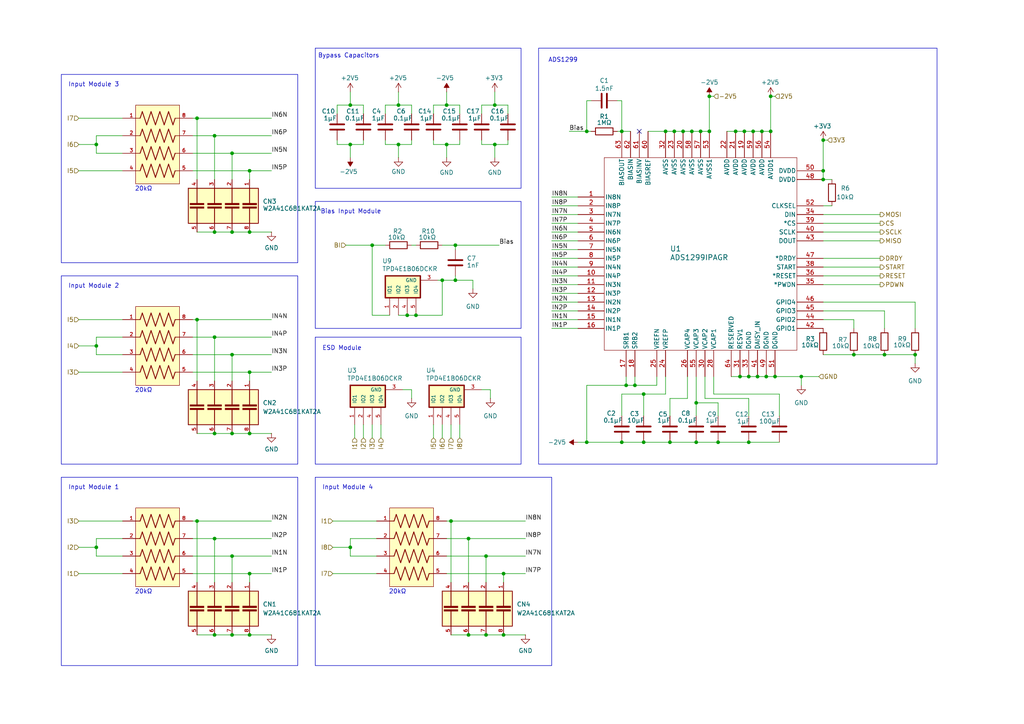
<source format=kicad_sch>
(kicad_sch (version 20231120) (generator "eeschema") (generator_version "8.0")
  (paper "A4")
  (junction (at 72.39 166.37))
  (junction (at 132.08 71.12))
  (junction (at 170.18 38.1))
  (junction (at 62.23 39.37))
  (junction (at 219.71 109.22))
  (junction (at 265.43 102.87))
  (junction (at 27.94 100.33))
  (junction (at 256.54 102.87))
  (junction (at 27.94 41.91))
  (junction (at 120.65 91.44))
  (junction (at 194.31 128.27))
  (junction (at 135.89 156.21))
  (junction (at 67.31 44.45))
  (junction (at 217.17 128.27))
  (junction (at 62.23 184.15))
  (junction (at 72.39 125.73))
  (junction (at 135.89 184.15))
  (junction (at 62.23 125.73))
  (junction (at 205.74 38.1))
  (junction (at 208.28 128.27))
  (junction (at 130.81 151.13))
  (junction (at 140.97 184.15))
  (junction (at 67.31 67.31))
  (junction (at 184.15 111.76))
  (junction (at 247.65 102.87))
  (junction (at 115.57 30.48))
  (junction (at 67.31 184.15))
  (junction (at 101.6 41.91))
  (junction (at 101.6 30.48))
  (junction (at 201.93 116.84))
  (junction (at 238.76 40.64))
  (junction (at 107.95 71.12))
  (junction (at 118.11 91.44))
  (junction (at 238.76 49.53))
  (junction (at 128.27 81.28))
  (junction (at 223.52 27.94))
  (junction (at 62.23 97.79))
  (junction (at 72.39 67.31))
  (junction (at 170.18 128.27))
  (junction (at 198.12 38.1))
  (junction (at 62.23 67.31))
  (junction (at 180.34 128.27))
  (junction (at 218.44 38.1))
  (junction (at 129.54 30.48))
  (junction (at 132.08 81.28))
  (junction (at 205.74 27.94))
  (junction (at 186.69 114.3))
  (junction (at 67.31 161.29))
  (junction (at 224.79 109.22))
  (junction (at 186.69 128.27))
  (junction (at 214.63 109.22))
  (junction (at 129.54 41.91))
  (junction (at 72.39 107.95))
  (junction (at 146.05 184.15))
  (junction (at 72.39 184.15))
  (junction (at 181.61 111.76))
  (junction (at 143.51 30.48))
  (junction (at 232.41 109.22))
  (junction (at 62.23 156.21))
  (junction (at 223.52 38.1))
  (junction (at 27.94 158.75))
  (junction (at 200.66 38.1))
  (junction (at 140.97 161.29))
  (junction (at 193.04 38.1))
  (junction (at 115.57 41.91))
  (junction (at 67.31 102.87))
  (junction (at 57.15 92.71))
  (junction (at 217.17 109.22))
  (junction (at 195.58 38.1))
  (junction (at 101.6 158.75))
  (junction (at 238.76 52.07))
  (junction (at 220.98 38.1))
  (junction (at 180.34 38.1))
  (junction (at 215.9 38.1))
  (junction (at 57.15 151.13))
  (junction (at 143.51 41.91))
  (junction (at 67.31 125.73))
  (junction (at 57.15 34.29))
  (junction (at 146.05 166.37))
  (junction (at 72.39 49.53))
  (junction (at 201.93 128.27))
  (junction (at 213.36 38.1))
  (junction (at 203.2 38.1))
  (junction (at 222.25 109.22))
  (no_connect (at 185.42 38.1))
  (wire (pts (xy 105.41 123.19) (xy 105.41 127)))
  (wire (pts (xy 113.03 91.44) (xy 107.95 91.44)))
  (wire (pts (xy 119.38 113.03) (xy 116.84 113.03)))
  (wire (pts (xy 160.02 95.25) (xy 167.64 95.25)))
  (wire (pts (xy 140.97 161.29) (xy 140.97 168.91)))
  (wire (pts (xy 125.73 30.48) (xy 129.54 30.48)))
  (wire (pts (xy 72.39 125.73) (xy 78.74 125.73)))
  (wire (pts (xy 146.05 184.15) (xy 152.4 184.15)))
  (wire (pts (xy 111.76 41.91) (xy 111.76 40.64)))
  (wire (pts (xy 128.27 81.28) (xy 128.27 91.44)))
  (wire (pts (xy 220.98 38.1) (xy 223.52 38.1)))
  (wire (pts (xy 107.95 71.12) (xy 111.76 71.12)))
  (wire (pts (xy 180.34 128.27) (xy 186.69 128.27)))
  (wire (pts (xy 207.01 109.22) (xy 207.01 114.3)))
  (wire (pts (xy 170.18 29.21) (xy 171.45 29.21)))
  (wire (pts (xy 139.7 41.91) (xy 139.7 40.64)))
  (wire (pts (xy 101.6 41.91) (xy 105.41 41.91)))
  (wire (pts (xy 194.31 128.27) (xy 201.93 128.27)))
  (wire (pts (xy 186.69 114.3) (xy 186.69 120.65)))
  (wire (pts (xy 184.15 111.76) (xy 190.5 111.76)))
  (wire (pts (xy 160.02 80.01) (xy 167.64 80.01)))
  (wire (pts (xy 97.79 41.91) (xy 97.79 40.64)))
  (wire (pts (xy 107.95 123.19) (xy 107.95 127)))
  (wire (pts (xy 180.34 29.21) (xy 179.07 29.21)))
  (wire (pts (xy 57.15 184.15) (xy 62.23 184.15)))
  (wire (pts (xy 160.02 82.55) (xy 167.64 82.55)))
  (wire (pts (xy 265.43 87.63) (xy 265.43 95.25)))
  (wire (pts (xy 115.57 30.48) (xy 119.38 30.48)))
  (wire (pts (xy 160.02 59.69) (xy 167.64 59.69)))
  (wire (pts (xy 67.31 44.45) (xy 67.31 52.07)))
  (wire (pts (xy 27.94 161.29) (xy 35.56 161.29)))
  (wire (pts (xy 247.65 92.71) (xy 247.65 95.25)))
  (wire (pts (xy 62.23 67.31) (xy 67.31 67.31)))
  (wire (pts (xy 132.08 80.01) (xy 132.08 81.28)))
  (wire (pts (xy 96.52 166.37) (xy 109.22 166.37)))
  (wire (pts (xy 181.61 111.76) (xy 184.15 111.76)))
  (wire (pts (xy 62.23 184.15) (xy 67.31 184.15)))
  (wire (pts (xy 160.02 64.77) (xy 167.64 64.77)))
  (wire (pts (xy 55.88 39.37) (xy 62.23 39.37)))
  (wire (pts (xy 22.86 49.53) (xy 35.56 49.53)))
  (wire (pts (xy 204.47 115.57) (xy 217.17 115.57)))
  (wire (pts (xy 147.32 41.91) (xy 147.32 40.64)))
  (wire (pts (xy 72.39 107.95) (xy 72.39 110.49)))
  (wire (pts (xy 205.74 27.94) (xy 207.01 27.94)))
  (wire (pts (xy 128.27 71.12) (xy 132.08 71.12)))
  (wire (pts (xy 133.35 30.48) (xy 133.35 33.02)))
  (wire (pts (xy 22.86 166.37) (xy 35.56 166.37)))
  (wire (pts (xy 132.08 81.28) (xy 137.16 81.28)))
  (wire (pts (xy 67.31 161.29) (xy 67.31 168.91)))
  (wire (pts (xy 55.88 107.95) (xy 72.39 107.95)))
  (wire (pts (xy 180.34 120.65) (xy 180.34 114.3)))
  (wire (pts (xy 133.35 123.19) (xy 133.35 127)))
  (wire (pts (xy 105.41 41.91) (xy 105.41 40.64)))
  (wire (pts (xy 160.02 57.15) (xy 167.64 57.15)))
  (wire (pts (xy 125.73 33.02) (xy 125.73 30.48)))
  (wire (pts (xy 180.34 114.3) (xy 186.69 114.3)))
  (wire (pts (xy 120.65 91.44) (xy 128.27 91.44)))
  (wire (pts (xy 143.51 41.91) (xy 143.51 45.72)))
  (wire (pts (xy 111.76 33.02) (xy 111.76 30.48)))
  (wire (pts (xy 111.76 30.48) (xy 115.57 30.48)))
  (wire (pts (xy 72.39 166.37) (xy 72.39 168.91)))
  (wire (pts (xy 200.66 38.1) (xy 203.2 38.1)))
  (wire (pts (xy 219.71 109.22) (xy 222.25 109.22)))
  (wire (pts (xy 22.86 107.95) (xy 35.56 107.95)))
  (wire (pts (xy 142.24 113.03) (xy 139.7 113.03)))
  (wire (pts (xy 238.76 77.47) (xy 255.27 77.47)))
  (wire (pts (xy 160.02 67.31) (xy 167.64 67.31)))
  (wire (pts (xy 57.15 151.13) (xy 57.15 168.91)))
  (wire (pts (xy 217.17 115.57) (xy 217.17 120.65)))
  (wire (pts (xy 128.27 123.19) (xy 128.27 127)))
  (wire (pts (xy 57.15 92.71) (xy 78.74 92.71)))
  (wire (pts (xy 180.34 29.21) (xy 180.34 38.1)))
  (wire (pts (xy 97.79 30.48) (xy 101.6 30.48)))
  (wire (pts (xy 119.38 115.57) (xy 119.38 113.03)))
  (wire (pts (xy 238.76 74.93) (xy 255.27 74.93)))
  (wire (pts (xy 238.76 64.77) (xy 255.27 64.77)))
  (wire (pts (xy 57.15 67.31) (xy 62.23 67.31)))
  (wire (pts (xy 55.88 92.71) (xy 57.15 92.71)))
  (wire (pts (xy 207.01 114.3) (xy 226.06 114.3)))
  (wire (pts (xy 201.93 128.27) (xy 208.28 128.27)))
  (wire (pts (xy 135.89 156.21) (xy 152.4 156.21)))
  (wire (pts (xy 170.18 111.76) (xy 170.18 128.27)))
  (wire (pts (xy 222.25 109.22) (xy 224.79 109.22)))
  (wire (pts (xy 160.02 72.39) (xy 167.64 72.39)))
  (wire (pts (xy 160.02 85.09) (xy 167.64 85.09)))
  (wire (pts (xy 62.23 39.37) (xy 62.23 52.07)))
  (wire (pts (xy 238.76 90.17) (xy 256.54 90.17)))
  (wire (pts (xy 217.17 128.27) (xy 226.06 128.27)))
  (wire (pts (xy 238.76 80.01) (xy 255.27 80.01)))
  (wire (pts (xy 57.15 151.13) (xy 78.74 151.13)))
  (wire (pts (xy 67.31 102.87) (xy 67.31 110.49)))
  (wire (pts (xy 194.31 115.57) (xy 194.31 120.65)))
  (wire (pts (xy 193.04 38.1) (xy 195.58 38.1)))
  (wire (pts (xy 119.38 41.91) (xy 119.38 40.64)))
  (wire (pts (xy 208.28 128.27) (xy 217.17 128.27)))
  (wire (pts (xy 143.51 30.48) (xy 147.32 30.48)))
  (wire (pts (xy 22.86 151.13) (xy 35.56 151.13)))
  (wire (pts (xy 27.94 97.79) (xy 35.56 97.79)))
  (wire (pts (xy 55.88 166.37) (xy 72.39 166.37)))
  (wire (pts (xy 67.31 161.29) (xy 78.74 161.29)))
  (wire (pts (xy 201.93 120.65) (xy 201.93 116.84)))
  (wire (pts (xy 217.17 109.22) (xy 219.71 109.22)))
  (wire (pts (xy 146.05 166.37) (xy 152.4 166.37)))
  (wire (pts (xy 160.02 69.85) (xy 167.64 69.85)))
  (wire (pts (xy 201.93 116.84) (xy 208.28 116.84)))
  (wire (pts (xy 119.38 71.12) (xy 120.65 71.12)))
  (wire (pts (xy 55.88 156.21) (xy 62.23 156.21)))
  (wire (pts (xy 101.6 161.29) (xy 109.22 161.29)))
  (wire (pts (xy 55.88 49.53) (xy 72.39 49.53)))
  (wire (pts (xy 140.97 184.15) (xy 146.05 184.15)))
  (wire (pts (xy 115.57 91.44) (xy 118.11 91.44)))
  (wire (pts (xy 55.88 151.13) (xy 57.15 151.13)))
  (wire (pts (xy 62.23 156.21) (xy 62.23 168.91)))
  (wire (pts (xy 27.94 100.33) (xy 27.94 102.87)))
  (wire (pts (xy 132.08 72.39) (xy 132.08 71.12)))
  (wire (pts (xy 170.18 111.76) (xy 181.61 111.76)))
  (wire (pts (xy 125.73 123.19) (xy 125.73 127)))
  (wire (pts (xy 27.94 39.37) (xy 35.56 39.37)))
  (wire (pts (xy 215.9 38.1) (xy 218.44 38.1)))
  (wire (pts (xy 129.54 26.67) (xy 129.54 30.48)))
  (wire (pts (xy 232.41 109.22) (xy 237.49 109.22)))
  (wire (pts (xy 115.57 41.91) (xy 119.38 41.91)))
  (wire (pts (xy 105.41 30.48) (xy 105.41 33.02)))
  (wire (pts (xy 199.39 109.22) (xy 199.39 115.57)))
  (wire (pts (xy 57.15 92.71) (xy 57.15 110.49)))
  (wire (pts (xy 238.76 92.71) (xy 247.65 92.71)))
  (wire (pts (xy 143.51 26.67) (xy 143.51 30.48)))
  (wire (pts (xy 241.3 59.69) (xy 238.76 59.69)))
  (wire (pts (xy 101.6 156.21) (xy 109.22 156.21)))
  (wire (pts (xy 223.52 27.94) (xy 224.79 27.94)))
  (wire (pts (xy 232.41 109.22) (xy 224.79 109.22)))
  (wire (pts (xy 142.24 115.57) (xy 142.24 113.03)))
  (wire (pts (xy 198.12 38.1) (xy 200.66 38.1)))
  (wire (pts (xy 204.47 109.22) (xy 204.47 115.57)))
  (wire (pts (xy 96.52 151.13) (xy 109.22 151.13)))
  (wire (pts (xy 170.18 29.21) (xy 170.18 38.1)))
  (wire (pts (xy 238.76 69.85) (xy 255.27 69.85)))
  (wire (pts (xy 72.39 107.95) (xy 78.74 107.95)))
  (wire (pts (xy 22.86 34.29) (xy 35.56 34.29)))
  (wire (pts (xy 96.52 158.75) (xy 101.6 158.75)))
  (wire (pts (xy 135.89 156.21) (xy 135.89 168.91)))
  (wire (pts (xy 205.74 27.94) (xy 205.74 38.1)))
  (wire (pts (xy 107.95 91.44) (xy 107.95 71.12)))
  (wire (pts (xy 160.02 74.93) (xy 167.64 74.93)))
  (wire (pts (xy 129.54 41.91) (xy 129.54 45.72)))
  (wire (pts (xy 62.23 97.79) (xy 78.74 97.79)))
  (wire (pts (xy 218.44 38.1) (xy 220.98 38.1)))
  (wire (pts (xy 72.39 67.31) (xy 78.74 67.31)))
  (wire (pts (xy 119.38 30.48) (xy 119.38 33.02)))
  (wire (pts (xy 241.3 52.07) (xy 238.76 52.07)))
  (wire (pts (xy 97.79 33.02) (xy 97.79 30.48)))
  (wire (pts (xy 97.79 41.91) (xy 101.6 41.91)))
  (wire (pts (xy 139.7 33.02) (xy 139.7 30.48)))
  (wire (pts (xy 165.1 38.1) (xy 170.18 38.1)))
  (wire (pts (xy 187.96 38.1) (xy 193.04 38.1)))
  (wire (pts (xy 215.9 38.1) (xy 213.36 38.1)))
  (wire (pts (xy 22.86 92.71) (xy 35.56 92.71)))
  (wire (pts (xy 27.94 39.37) (xy 27.94 41.91)))
  (wire (pts (xy 256.54 90.17) (xy 256.54 95.25)))
  (wire (pts (xy 240.03 40.64) (xy 238.76 40.64)))
  (wire (pts (xy 170.18 128.27) (xy 180.34 128.27)))
  (wire (pts (xy 160.02 77.47) (xy 167.64 77.47)))
  (wire (pts (xy 160.02 90.17) (xy 167.64 90.17)))
  (wire (pts (xy 67.31 125.73) (xy 72.39 125.73)))
  (wire (pts (xy 135.89 184.15) (xy 140.97 184.15)))
  (wire (pts (xy 27.94 41.91) (xy 27.94 44.45)))
  (wire (pts (xy 67.31 44.45) (xy 78.74 44.45)))
  (wire (pts (xy 140.97 161.29) (xy 152.4 161.29)))
  (wire (pts (xy 132.08 71.12) (xy 144.78 71.12)))
  (wire (pts (xy 62.23 156.21) (xy 78.74 156.21)))
  (wire (pts (xy 101.6 156.21) (xy 101.6 158.75)))
  (wire (pts (xy 27.94 44.45) (xy 35.56 44.45)))
  (wire (pts (xy 201.93 109.22) (xy 201.93 116.84)))
  (wire (pts (xy 193.04 109.22) (xy 193.04 114.3)))
  (wire (pts (xy 247.65 102.87) (xy 256.54 102.87)))
  (wire (pts (xy 160.02 62.23) (xy 167.64 62.23)))
  (wire (pts (xy 184.15 109.22) (xy 184.15 111.76)))
  (wire (pts (xy 238.76 40.64) (xy 238.76 49.53)))
  (wire (pts (xy 190.5 109.22) (xy 190.5 111.76)))
  (wire (pts (xy 115.57 41.91) (xy 115.57 45.72)))
  (wire (pts (xy 115.57 26.67) (xy 115.57 30.48)))
  (wire (pts (xy 143.51 41.91) (xy 147.32 41.91)))
  (wire (pts (xy 210.82 38.1) (xy 213.36 38.1)))
  (wire (pts (xy 130.81 184.15) (xy 135.89 184.15)))
  (wire (pts (xy 129.54 151.13) (xy 130.81 151.13)))
  (wire (pts (xy 22.86 158.75) (xy 27.94 158.75)))
  (wire (pts (xy 180.34 38.1) (xy 182.88 38.1)))
  (wire (pts (xy 110.49 123.19) (xy 110.49 127)))
  (wire (pts (xy 203.2 38.1) (xy 205.74 38.1)))
  (wire (pts (xy 57.15 34.29) (xy 57.15 52.07)))
  (wire (pts (xy 22.86 100.33) (xy 27.94 100.33)))
  (wire (pts (xy 72.39 49.53) (xy 78.74 49.53)))
  (wire (pts (xy 238.76 82.55) (xy 255.27 82.55)))
  (wire (pts (xy 62.23 39.37) (xy 78.74 39.37)))
  (wire (pts (xy 137.16 81.28) (xy 137.16 83.82)))
  (wire (pts (xy 67.31 102.87) (xy 78.74 102.87)))
  (wire (pts (xy 180.34 38.1) (xy 179.07 38.1)))
  (wire (pts (xy 62.23 97.79) (xy 62.23 110.49)))
  (wire (pts (xy 139.7 30.48) (xy 143.51 30.48)))
  (wire (pts (xy 170.18 38.1) (xy 171.45 38.1)))
  (wire (pts (xy 238.76 62.23) (xy 255.27 62.23)))
  (wire (pts (xy 208.28 116.84) (xy 208.28 120.65)))
  (wire (pts (xy 72.39 49.53) (xy 72.39 52.07)))
  (wire (pts (xy 101.6 26.67) (xy 101.6 30.48)))
  (wire (pts (xy 212.09 109.22) (xy 214.63 109.22)))
  (wire (pts (xy 129.54 41.91) (xy 133.35 41.91)))
  (wire (pts (xy 181.61 109.22) (xy 181.61 111.76)))
  (wire (pts (xy 238.76 67.31) (xy 255.27 67.31)))
  (wire (pts (xy 101.6 158.75) (xy 101.6 161.29)))
  (wire (pts (xy 186.69 128.27) (xy 194.31 128.27)))
  (wire (pts (xy 100.33 71.12) (xy 107.95 71.12)))
  (wire (pts (xy 127 81.28) (xy 128.27 81.28)))
  (wire (pts (xy 214.63 109.22) (xy 217.17 109.22)))
  (wire (pts (xy 55.88 97.79) (xy 62.23 97.79)))
  (wire (pts (xy 72.39 166.37) (xy 78.74 166.37)))
  (wire (pts (xy 130.81 123.19) (xy 130.81 127)))
  (wire (pts (xy 72.39 184.15) (xy 78.74 184.15)))
  (wire (pts (xy 129.54 166.37) (xy 146.05 166.37)))
  (wire (pts (xy 195.58 38.1) (xy 198.12 38.1)))
  (wire (pts (xy 223.52 27.94) (xy 223.52 38.1)))
  (wire (pts (xy 55.88 34.29) (xy 57.15 34.29)))
  (wire (pts (xy 111.76 41.91) (xy 115.57 41.91)))
  (wire (pts (xy 27.94 158.75) (xy 27.94 161.29)))
  (wire (pts (xy 133.35 41.91) (xy 133.35 40.64)))
  (wire (pts (xy 125.73 41.91) (xy 125.73 40.64)))
  (wire (pts (xy 27.94 156.21) (xy 35.56 156.21)))
  (wire (pts (xy 129.54 161.29) (xy 140.97 161.29)))
  (wire (pts (xy 22.86 41.91) (xy 27.94 41.91)))
  (wire (pts (xy 199.39 115.57) (xy 194.31 115.57)))
  (wire (pts (xy 125.73 41.91) (xy 129.54 41.91)))
  (wire (pts (xy 101.6 30.48) (xy 105.41 30.48)))
  (wire (pts (xy 62.23 125.73) (xy 67.31 125.73)))
  (wire (pts (xy 265.43 105.41) (xy 265.43 102.87)))
  (wire (pts (xy 67.31 184.15) (xy 72.39 184.15)))
  (wire (pts (xy 118.11 91.44) (xy 120.65 91.44)))
  (wire (pts (xy 139.7 41.91) (xy 143.51 41.91)))
  (wire (pts (xy 129.54 30.48) (xy 133.35 30.48)))
  (wire (pts (xy 102.87 123.19) (xy 102.87 127)))
  (wire (pts (xy 57.15 125.73) (xy 62.23 125.73)))
  (wire (pts (xy 55.88 44.45) (xy 67.31 44.45)))
  (wire (pts (xy 129.54 156.21) (xy 135.89 156.21)))
  (wire (pts (xy 226.06 114.3) (xy 226.06 120.65)))
  (wire (pts (xy 238.76 87.63) (xy 265.43 87.63)))
  (wire (pts (xy 238.76 49.53) (xy 238.76 52.07)))
  (wire (pts (xy 55.88 102.87) (xy 67.31 102.87)))
  (wire (pts (xy 57.15 34.29) (xy 78.74 34.29)))
  (wire (pts (xy 147.32 30.48) (xy 147.32 33.02)))
  (wire (pts (xy 130.81 151.13) (xy 152.4 151.13)))
  (wire (pts (xy 160.02 92.71) (xy 167.64 92.71)))
  (wire (pts (xy 265.43 102.87) (xy 256.54 102.87)))
  (wire (pts (xy 238.76 102.87) (xy 247.65 102.87)))
  (wire (pts (xy 55.88 161.29) (xy 67.31 161.29)))
  (wire (pts (xy 160.02 87.63) (xy 167.64 87.63)))
  (wire (pts (xy 101.6 41.91) (xy 101.6 45.72)))
  (wire (pts (xy 146.05 166.37) (xy 146.05 168.91)))
  (wire (pts (xy 232.41 111.76) (xy 232.41 109.22)))
  (wire (pts (xy 27.94 156.21) (xy 27.94 158.75)))
  (wire (pts (xy 130.81 151.13) (xy 130.81 168.91)))
  (wire (pts (xy 27.94 97.79) (xy 27.94 100.33)))
  (wire (pts (xy 167.64 128.27) (xy 170.18 128.27)))
  (wire (pts (xy 193.04 114.3) (xy 186.69 114.3)))
  (wire (pts (xy 67.31 67.31) (xy 72.39 67.31)))
  (wire (pts (xy 27.94 102.87) (xy 35.56 102.87)))
  (wire (pts (xy 132.08 81.28) (xy 128.27 81.28)))
  (rectangle (start 91.44 13.97) (end 151.13 54.61))
  (rectangle (start 17.78 21.59) (end 86.36 76.2))
  (rectangle (start 17.78 80.01) (end 86.36 134.62))
  (rectangle (start 17.78 138.43) (end 86.36 193.04))
  (rectangle (start 91.44 138.43) (end 160.02 193.04))
  (rectangle (start 156.21 13.97) (end 271.78 134.62))
  (rectangle (start 91.44 58.42) (end 151.13 95.25))
  (rectangle (start 91.44 97.79) (end 151.13 134.62))
  (text "Input Module 3\n" (at 19.812 23.876 0) (effects (font (size 1.27 1.27)) (justify left top)))
  (text "Bypass Capacitors" (at 92.202 15.494 0) (effects (font (size 1.27 1.27)) (justify left top)))
  (text "ESD Module" (at 93.472 100.33 0) (effects (font (size 1.27 1.27)) (justify left top)))
  (text "20kΩ" (at 41.656 171.704 0) (effects (font (size 1.27 1.27))))
  (text "20kΩ" (at 115.316 171.704 0) (effects (font (size 1.27 1.27))))
  (text "20kΩ" (at 41.656 113.284 0) (effects (font (size 1.27 1.27))))
  (text "Bias Input Module\n" (at 92.964 60.706 0) (effects (font (size 1.27 1.27)) (justify left top)))
  (text "Input Module 1" (at 19.812 140.716 0) (effects (font (size 1.27 1.27)) (justify left top)))
  (text "20kΩ" (at 41.656 54.864 0) (effects (font (size 1.27 1.27))))
  (text "Input Module 4\n\n" (at 93.472 140.716 0) (effects (font (size 1.27 1.27)) (justify left top)))
  (text "ADS1299" (at 159.004 16.764 0) (effects (font (size 1.27 1.27)) (justify left top)))
  (text "Input Module 2\n\n" (at 19.812 82.296 0) (effects (font (size 1.27 1.27)) (justify left top)))
  (label "IN4P" (at 78.74 97.79 0))
  (label "IN3P" (at 160.02 85.09 0))
  (label "IN6P" (at 78.74 39.37 0))
  (label "IN1N" (at 78.74 161.29 0))
  (label "IN2N" (at 78.74 151.13 0))
  (label "IN2N" (at 160.02 87.63 0))
  (label "IN4P" (at 160.02 80.01 0))
  (label "IN2P" (at 160.02 90.17 0))
  (label "IN8P" (at 160.02 59.69 0))
  (label "IN5P" (at 78.74 49.53 0))
  (label "IN5N" (at 78.74 44.45 0))
  (label "IN3N" (at 160.02 82.55 0))
  (label "IN6N" (at 160.02 67.31 0))
  (label "IN6N" (at 78.74 34.29 0))
  (label "IN6P" (at 160.02 69.85 0))
  (label "IN4N" (at 160.02 77.47 0))
  (label "IN7P" (at 152.4 166.37 0))
  (label "IN5N" (at 160.02 72.39 0))
  (label "Bias" (at 144.78 71.12 0))
  (label "IN1P" (at 160.02 95.25 0))
  (label "IN3P" (at 78.74 107.95 0))
  (label "IN7N" (at 160.02 62.23 0))
  (label "IN1P" (at 78.74 166.37 0))
  (label "IN3N" (at 78.74 102.87 0))
  (label "IN7N" (at 152.4 161.29 0))
  (label "IN2P" (at 78.74 156.21 0))
  (label "IN7P" (at 160.02 64.77 0))
  (label "IN8N" (at 152.4 151.13 0))
  (label "IN8P" (at 152.4 156.21 0))
  (label "IN1N" (at 160.02 92.71 0))
  (label "Bias" (at 165.1 38.1 0))
  (label "IN8N" (at 160.02 57.15 0))
  (label "IN4N" (at 78.74 92.71 0))
  (label "IN5P" (at 160.02 74.93 0))
  (hierarchical_label "I1" (shape input) (at 22.86 166.37 180))
  (hierarchical_label "I4" (shape input) (at 22.86 100.33 180))
  (hierarchical_label "3V3" (shape input) (at 240.03 40.64 0))
  (hierarchical_label "I1" (shape input) (at 96.52 151.13 180))
  (hierarchical_label "START" (shape output) (at 255.27 77.47 0))
  (hierarchical_label "I3" (shape input) (at 22.86 151.13 180))
  (hierarchical_label "I7" (shape input) (at 130.81 127 270))
  (hierarchical_label "I5" (shape input) (at 22.86 92.71 180))
  (hierarchical_label "I3" (shape input) (at 22.86 107.95 180))
  (hierarchical_label "CS" (shape output) (at 255.27 64.77 0))
  (hierarchical_label "SCLK" (shape output) (at 255.27 67.31 0))
  (hierarchical_label "I5" (shape input) (at 22.86 49.53 180))
  (hierarchical_label "I6" (shape input) (at 128.27 127 270))
  (hierarchical_label "2V5" (shape input) (at 224.79 27.94 0))
  (hierarchical_label "I3" (shape input) (at 107.95 127 270))
  (hierarchical_label "PDWN" (shape output) (at 255.27 82.55 0))
  (hierarchical_label "DRDY" (shape output) (at 255.27 74.93 0))
  (hierarchical_label "I7" (shape input) (at 96.52 166.37 180))
  (hierarchical_label "I2" (shape input) (at 105.41 127 270))
  (hierarchical_label "BI" (shape input) (at 100.33 71.12 180))
  (hierarchical_label "I8" (shape input) (at 96.52 158.75 180))
  (hierarchical_label "MISO" (shape output) (at 255.27 69.85 0))
  (hierarchical_label "I1" (shape input) (at 102.87 127 270))
  (hierarchical_label "I4" (shape input) (at 110.49 127 270))
  (hierarchical_label "RESET" (shape output) (at 255.27 80.01 0))
  (hierarchical_label "I2" (shape input) (at 22.86 158.75 180))
  (hierarchical_label "MOSI" (shape output) (at 255.27 62.23 0))
  (hierarchical_label "I7" (shape input) (at 22.86 34.29 180))
  (hierarchical_label "I5" (shape input) (at 125.73 127 270))
  (hierarchical_label "-2V5" (shape input) (at 207.01 27.94 0))
  (hierarchical_label "I8" (shape input) (at 133.35 127 270))
  (hierarchical_label "I6" (shape input) (at 22.86 41.91 180))
  (hierarchical_label "GND" (shape input) (at 237.49 109.22 0))
  (symbol (lib_id "Device:R") (at 124.46 71.12 270) (unit 1)
    (property "Reference" "R10" (at 124.206 67.056 90))
    (property "Value" "10kΩ" (at 123.952 68.834 90))
    (property "Footprint" "Resistor_SMD:R_0603_1608Metric_Pad0.98x0.95mm_HandSolder" (effects (hide yes)))
    (property "Description" "Resistor" (effects (hide yes)))
  )
  (symbol (lib_id "custom_lib:CAY16-103J4LF") (at 119.38 158.75 0) (unit 1)
    (property "Reference" "RN5" (effects (hide yes)))
    (property "Value" "CAY16-103J4LF" (effects (hide yes)))
    (property "Footprint" "CustomLib:RES-ARRAY-SMD_0603-8P-L3.2-W1.6-BL" (effects (hide yes)))
    (property "Description" "75 Ohm ±5% 62.5mW Power Per Element Isolated Resistor Network/Array ±200ppm/°C 1206 (3216 Metric), Convex, Long Side Terminals" (effects (hide yes)))
    (property "MF" "Bourns" (effects (hide yes)))
    (property "MOUSER-PURCHASE-URL" "https://snapeda.com/shop?store=Mouser&id=1382804" (effects (hide yes)))
    (property "PACKAGE" "1206 Bourns" (effects (hide yes)))
    (property "PRICE" "None" (effects (hide yes)))
    (property "Package" "NON STANDARD-8 Bourns" (effects (hide yes)))
    (property "Check_prices" "https://www.snapeda.com/parts/CAY16-103J4LF/Bourns+-+J.W.+Miller/view-part/?ref=eda" (effects (hide yes)))
    (property "Price" "None" (effects (hide yes)))
    (property "SnapEDA_Link" "https://www.snapeda.com/parts/CAY16-103J4LF/Bourns+-+J.W.+Miller/view-part/?ref=snap" (effects (hide yes)))
    (property "MP" "CAY16-103J4LF" (effects (hide yes)))
    (property "DIGIKEY-PURCHASE-URL" "https://snapeda.com/shop?store=DigiKey&id=1382804" (effects (hide yes)))
    (property "Purchase-URL" "https://www.snapeda.com/api/url_track_click_mouser/?unipart_id=47136&manufacturer=Bourns&part_name=CAY16-103J4LF&search_term=None" (effects (hide yes)))
    (property "Availability" "In Stock" (effects (hide yes)))
    (property "AVAILABILITY" "Good" (effects (hide yes)))
    (property "Description_1" "\nResistor, Chip Array,10 Kilohms,62 mW,+ 5%,50 V (Max.) | Bourns CAY16-103J4LF\n" (effects (hide yes)))
  )
  (symbol (lib_id "Device:C") (at 180.34 124.46 180) (unit 1)
    (property "Reference" "C2" (at 177.292 119.888 0))
    (property "Value" "0.1µF" (at 177.8 121.92 0))
    (property "Footprint" "Capacitor_SMD:C_0603_1608Metric_Pad1.08x0.95mm_HandSolder" (effects (hide yes)))
    (property "Description" "Unpolarized capacitor" (effects (hide yes)))
  )
  (symbol (lib_id "power:GND") (at 232.41 111.76 0) (unit 1)
    (property "Reference" "#PWR07" (effects (hide yes)))
    (property "Value" "GND" (at 232.41 116.84 0))
    (property "Description" "Power symbol creates a global label with name \"GND\" , ground" (effects (hide yes)))
  )
  (symbol (lib_name "TPD4E1B06DCKR_1") (lib_id "custom_lib:TPD4E1B06DCKR") (at 114.3 119.38 0) (unit 1)
    (property "Reference" "U3" (at 102.108 107.442 0))
    (property "Value" "TPD4E1B06DCKR" (at 108.712 109.728 0))
    (property "Footprint" "CustomLib:tpd4e1b06dckr" (effects (hide yes)))
    (property "MF" "Texas Instruments" (effects (hide yes)))
    (property "Description_1" "\nQuad 0.7-pF, ±5.5-V, ±12-kV ESD protection diode with 0.5-nA max leakage in SOT & SC70 packages\n" (effects (hide yes)))
    (property "Package" "SOT-SC70-6 Texas Instruments" (effects (hide yes)))
    (property "Price" "None" (effects (hide yes)))
    (property "SnapEDA_Link" "https://www.snapeda.com/parts/TPD4E1B06DCKR/Texas+Instruments/view-part/?ref=snap" (effects (hide yes)))
    (property "MP" "TPD4E1B06DCKR" (effects (hide yes)))
    (property "Purchase-URL" "https://www.snapeda.com/api/url_track_click_mouser/?unipart_id=46121&manufacturer=Texas Instruments&part_name=TPD4E1B06DCKR&search_term=None" (effects (hide yes)))
    (property "Availability" "In Stock" (effects (hide yes)))
    (property "Check_prices" "https://www.snapeda.com/parts/TPD4E1B06DCKR/Texas+Instruments/view-part/?ref=eda" (effects (hide yes)))
  )
  (symbol (lib_id "Device:R") (at 265.43 99.06 0) (unit 1)
    (property "Reference" "R9" (at 260.35 98.298 0) (effects (justify left)))
    (property "Value" "10kΩ" (at 259.08 100.076 0) (effects (justify left)))
    (property "Footprint" "Resistor_SMD:R_0603_1608Metric_Pad0.98x0.95mm_HandSolder" (effects (hide yes)))
    (property "Description" "Resistor" (effects (hide yes)))
  )
  (symbol (lib_id "power:GND") (at 78.74 125.73 0) (unit 1)
    (property "Reference" "#PWR048" (effects (hide yes)))
    (property "Value" "GND" (at 76.708 130.302 0) (effects (justify left)))
    (property "Description" "Power symbol creates a global label with name \"GND\" , ground" (effects (hide yes)))
  )
  (symbol (lib_id "Device:C") (at 226.06 124.46 0) (unit 1)
    (property "Reference" "C13" (at 222.758 120.142 0))
    (property "Value" "100µF" (at 223.266 122.174 0))
    (property "Footprint" "Capacitor_SMD:C_1206_3216Metric_Pad1.33x1.80mm_HandSolder" (effects (hide yes)))
    (property "Description" "Unpolarized capacitor" (effects (hide yes)))
  )
  (symbol (lib_id "custom_lib:W2A41C681KAT2A") (at 138.43 176.53 270) (unit 1)
    (property "Reference" "CN4" (at 149.86 175.2599 90) (effects (justify left)))
    (property "Value" "W2A41C681KAT2A" (at 149.86 177.7999 90) (effects (justify left)))
    (property "Footprint" "CustomLib:CAP-ARRAY-SMD_6124-8P-L3.2-W1.6-BL" (effects (hide yes)))
    (property "MF" "AVX" (effects (hide yes)))
    (property "Description_1" "\n680pF Isolated Capacitor 4 Array 100 V X7R 0508 (1220 Metric)\n" (effects (hide yes)))
    (property "Package" "0508 AVX" (effects (hide yes)))
    (property "Price" "None" (effects (hide yes)))
    (property "Check_prices" "https://www.snapeda.com/parts/W2A41C681KAT2A/AVX/view-part/?ref=eda" (effects (hide yes)))
    (property "STANDARD" "IPC 7351B" (effects (hide yes)))
    (property "SnapEDA_Link" "https://www.snapeda.com/parts/W2A41C681KAT2A/AVX/view-part/?ref=snap" (effects (hide yes)))
    (property "MP" "W2A41C681KAT2A" (effects (hide yes)))
    (property "Availability" "In Stock" (effects (hide yes)))
    (property "MANUFACTURER" "AVX" (effects (hide yes)))
  )
  (symbol (lib_id "power:GND") (at 152.4 184.15 0) (unit 1)
    (property "Reference" "#PWR038" (effects (hide yes)))
    (property "Value" "GND" (at 150.368 188.722 0) (effects (justify left)))
    (property "Description" "Power symbol creates a global label with name \"GND\" , ground" (effects (hide yes)))
  )
  (symbol (lib_id "power:GND") (at 137.16 83.82 0) (unit 1)
    (property "Reference" "#PWR03" (effects (hide yes)))
    (property "Value" "GND" (at 137.16 88.9 0))
    (property "Description" "Power symbol creates a global label with name \"GND\" , ground" (effects (hide yes)))
  )
  (symbol (lib_id "Device:R") (at 247.65 99.06 0) (unit 1)
    (property "Reference" "R7" (at 243.078 98.552 0) (effects (justify left)))
    (property "Value" "10kΩ" (at 241.3 100.33 0) (effects (justify left)))
    (property "Footprint" "Resistor_SMD:R_0603_1608Metric_Pad0.98x0.95mm_HandSolder" (effects (hide yes)))
    (property "Description" "Resistor" (effects (hide yes)))
  )
  (symbol (lib_id "Device:C") (at 201.93 124.46 180) (unit 1)
    (property "Reference" "C8" (at 198.882 119.888 0))
    (property "Value" "0.1µF" (at 199.39 121.92 0))
    (property "Footprint" "Capacitor_SMD:C_0603_1608Metric_Pad1.08x0.95mm_HandSolder" (effects (hide yes)))
    (property "Description" "Unpolarized capacitor" (effects (hide yes)))
  )
  (symbol (lib_id "Device:R") (at 241.3 55.88 0) (unit 1)
    (property "Reference" "R6" (at 243.84 54.6099 0) (effects (justify left)))
    (property "Value" "10kΩ" (at 242.57 57.15 0) (effects (justify left)))
    (property "Footprint" "Resistor_SMD:R_0603_1608Metric_Pad0.98x0.95mm_HandSolder" (effects (hide yes)))
    (property "Description" "Resistor" (effects (hide yes)))
  )
  (symbol (lib_id "custom_lib:W2A41C681KAT2A") (at 64.77 59.69 270) (unit 1)
    (property "Reference" "CN3" (at 76.2 58.4199 90) (effects (justify left)))
    (property "Value" "W2A41C681KAT2A" (at 76.2 60.452 90) (effects (justify left)))
    (property "Footprint" "CustomLib:CAP-ARRAY-SMD_6124-8P-L3.2-W1.6-BL" (effects (hide yes)))
    (property "MF" "AVX" (effects (hide yes)))
    (property "Description_1" "\n680pF Isolated Capacitor 4 Array 100 V X7R 0508 (1220 Metric)\n" (effects (hide yes)))
    (property "Package" "0508 AVX" (effects (hide yes)))
    (property "Price" "None" (effects (hide yes)))
    (property "Check_prices" "https://www.snapeda.com/parts/W2A41C681KAT2A/AVX/view-part/?ref=eda" (effects (hide yes)))
    (property "STANDARD" "IPC 7351B" (effects (hide yes)))
    (property "SnapEDA_Link" "https://www.snapeda.com/parts/W2A41C681KAT2A/AVX/view-part/?ref=snap" (effects (hide yes)))
    (property "MP" "W2A41C681KAT2A" (effects (hide yes)))
    (property "Availability" "In Stock" (effects (hide yes)))
    (property "MANUFACTURER" "AVX" (effects (hide yes)))
  )
  (symbol (lib_id "power:-2V5") (at 205.74 27.94 0) (unit 1)
    (property "Reference" "#PWR039" (effects (hide yes)))
    (property "Value" "-2V5" (at 205.74 23.876 0))
    (property "Description" "Power symbol creates a global label with name \"-2V5\"" (effects (hide yes)))
  )
  (symbol (lib_id "Device:R") (at 238.76 99.06 0) (unit 1)
    (property "Reference" "R3" (at 233.68 98.298 0) (effects (justify left)))
    (property "Value" "10kΩ" (at 232.41 100.076 0) (effects (justify left)))
    (property "Footprint" "Resistor_SMD:R_0603_1608Metric_Pad0.98x0.95mm_HandSolder" (effects (hide yes)))
    (property "Description" "Resistor" (effects (hide yes)))
  )
  (symbol (lib_id "custom_lib:W2A41C681KAT2A") (at 64.77 118.11 270) (unit 1)
    (property "Reference" "CN2" (at 76.2 116.8399 90) (effects (justify left)))
    (property "Value" "W2A41C681KAT2A" (at 76.2 119.3799 90) (effects (justify left)))
    (property "Footprint" "CustomLib:CAP-ARRAY-SMD_6124-8P-L3.2-W1.6-BL" (effects (hide yes)))
    (property "MF" "AVX" (effects (hide yes)))
    (property "Description_1" "\n680pF Isolated Capacitor 4 Array 100 V X7R 0508 (1220 Metric)\n" (effects (hide yes)))
    (property "Package" "0508 AVX" (effects (hide yes)))
    (property "Price" "None" (effects (hide yes)))
    (property "Check_prices" "https://www.snapeda.com/parts/W2A41C681KAT2A/AVX/view-part/?ref=eda" (effects (hide yes)))
    (property "STANDARD" "IPC 7351B" (effects (hide yes)))
    (property "SnapEDA_Link" "https://www.snapeda.com/parts/W2A41C681KAT2A/AVX/view-part/?ref=snap" (effects (hide yes)))
    (property "MP" "W2A41C681KAT2A" (effects (hide yes)))
    (property "Availability" "In Stock" (effects (hide yes)))
    (property "MANUFACTURER" "AVX" (effects (hide yes)))
  )
  (symbol (lib_id "power:GND") (at 119.38 115.57 0) (unit 1)
    (property "Reference" "#PWR04" (effects (hide yes)))
    (property "Value" "GND" (at 119.38 120.65 0))
    (property "Description" "Power symbol creates a global label with name \"GND\" , ground" (effects (hide yes)))
  )
  (symbol (lib_id "power:+2V5") (at 101.6 26.67 0) (unit 1)
    (property "Reference" "#PWR054" (effects (hide yes)))
    (property "Value" "+2V5" (at 98.806 22.606 0) (effects (justify left)))
    (property "Description" "Power symbol creates a global label with name \"+2V5\"" (effects (hide yes)))
  )
  (symbol (lib_id "power:GND") (at 78.74 67.31 0) (unit 1)
    (property "Reference" "#PWR031" (effects (hide yes)))
    (property "Value" "GND" (at 76.708 71.882 0) (effects (justify left)))
    (property "Description" "Power symbol creates a global label with name \"GND\" , ground" (effects (hide yes)))
  )
  (symbol (lib_id "Device:C") (at 133.35 36.83 0) (unit 1)
    (property "Reference" "C15" (at 130.302 32.258 0))
    (property "Value" "0.1µF" (at 130.81 34.29 0))
    (property "Footprint" "Capacitor_SMD:C_0603_1608Metric_Pad1.08x0.95mm_HandSolder" (effects (hide yes)))
    (property "Description" "Unpolarized capacitor" (effects (hide yes)))
  )
  (symbol (lib_id "Device:C") (at 97.79 36.83 0) (unit 1)
    (property "Reference" "C10" (at 95.25 32.258 0))
    (property "Value" "1µF" (at 95.758 34.29 0))
    (property "Footprint" "Capacitor_SMD:C_0603_1608Metric_Pad1.08x0.95mm_HandSolder" (effects (hide yes)))
    (property "Description" "Unpolarized capacitor" (effects (hide yes)))
  )
  (symbol (lib_id "power:-2V5") (at 167.64 128.27 90) (unit 1)
    (property "Reference" "#PWR01" (effects (hide yes)))
    (property "Value" "-2V5" (at 161.544 128.27 90))
    (property "Description" "Power symbol creates a global label with name \"-2V5\"" (effects (hide yes)))
  )
  (symbol (lib_id "Device:C") (at 132.08 76.2 0) (unit 1)
    (property "Reference" "C7" (at 135.382 74.93 0) (effects (justify left)))
    (property "Value" "1nF" (at 135.382 76.962 0) (effects (justify left)))
    (property "Footprint" "Capacitor_SMD:C_0603_1608Metric_Pad1.08x0.95mm_HandSolder" (effects (hide yes)))
    (property "Description" "Unpolarized capacitor" (effects (hide yes)))
  )
  (symbol (lib_id "power:GND") (at 78.74 184.15 0) (unit 1)
    (property "Reference" "#PWR053" (effects (hide yes)))
    (property "Value" "GND" (at 76.708 188.722 0) (effects (justify left)))
    (property "Description" "Power symbol creates a global label with name \"GND\" , ground" (effects (hide yes)))
  )
  (symbol (lib_id "power:+2V5") (at 115.57 26.67 0) (unit 1)
    (property "Reference" "#PWR02" (effects (hide yes)))
    (property "Value" "+2V5" (at 112.776 22.606 0) (effects (justify left)))
    (property "Description" "Power symbol creates a global label with name \"+2V5\"" (effects (hide yes)))
  )
  (symbol (lib_id "power:-2V5") (at 129.54 26.67 0) (unit 1)
    (property "Reference" "#PWR06" (effects (hide yes)))
    (property "Value" "-2V5" (at 129.032 22.606 0))
    (property "Description" "Power symbol creates a global label with name \"-2V5\"" (effects (hide yes)))
  )
  (symbol (lib_id "Device:C") (at 208.28 124.46 180) (unit 1)
    (property "Reference" "C9" (at 206.502 120.142 0))
    (property "Value" "1µF" (at 206.502 121.92 0))
    (property "Footprint" "Capacitor_SMD:C_0603_1608Metric_Pad1.08x0.95mm_HandSolder" (effects (hide yes)))
    (property "Description" "Unpolarized capacitor" (effects (hide yes)))
  )
  (symbol (lib_id "power:GND") (at 143.51 45.72 0) (unit 1)
    (property "Reference" "#PWR05" (effects (hide yes)))
    (property "Value" "GND" (at 145.542 50.038 0) (effects (justify right)))
    (property "Description" "Power symbol creates a global label with name \"GND\" , ground" (effects (hide yes)))
  )
  (symbol (lib_id "power:+3V3") (at 143.51 26.67 0) (unit 1)
    (property "Reference" "#PWR022" (effects (hide yes)))
    (property "Value" "+3V3" (at 143.256 22.606 0))
    (property "Description" "Power symbol creates a global label with name \"+3V3\"" (effects (hide yes)))
  )
  (symbol (lib_id "Device:C") (at 111.76 36.83 0) (unit 1)
    (property "Reference" "C4" (at 109.22 32.258 0))
    (property "Value" "1µF" (at 109.728 34.29 0))
    (property "Footprint" "Capacitor_SMD:C_0603_1608Metric_Pad1.08x0.95mm_HandSolder" (effects (hide yes)))
    (property "Description" "Unpolarized capacitor" (effects (hide yes)))
  )
  (symbol (lib_id "custom_lib:CAY16-103J4LF") (at 45.72 158.75 0) (unit 1)
    (property "Reference" "RN8" (effects (hide yes)))
    (property "Value" "CAY16-103J4LF" (effects (hide yes)))
    (property "Footprint" "CustomLib:RES-ARRAY-SMD_0603-8P-L3.2-W1.6-BL" (effects (hide yes)))
    (property "Description" "75 Ohm ±5% 62.5mW Power Per Element Isolated Resistor Network/Array ±200ppm/°C 1206 (3216 Metric), Convex, Long Side Terminals" (effects (hide yes)))
    (property "MF" "Bourns" (effects (hide yes)))
    (property "MOUSER-PURCHASE-URL" "https://snapeda.com/shop?store=Mouser&id=1382804" (effects (hide yes)))
    (property "PACKAGE" "1206 Bourns" (effects (hide yes)))
    (property "PRICE" "None" (effects (hide yes)))
    (property "Package" "NON STANDARD-8 Bourns" (effects (hide yes)))
    (property "Check_prices" "https://www.snapeda.com/parts/CAY16-103J4LF/Bourns+-+J.W.+Miller/view-part/?ref=eda" (effects (hide yes)))
    (property "Price" "None" (effects (hide yes)))
    (property "SnapEDA_Link" "https://www.snapeda.com/parts/CAY16-103J4LF/Bourns+-+J.W.+Miller/view-part/?ref=snap" (effects (hide yes)))
    (property "MP" "CAY16-103J4LF" (effects (hide yes)))
    (property "DIGIKEY-PURCHASE-URL" "https://snapeda.com/shop?store=DigiKey&id=1382804" (effects (hide yes)))
    (property "Purchase-URL" "https://www.snapeda.com/api/url_track_click_mouser/?unipart_id=47136&manufacturer=Bourns&part_name=CAY16-103J4LF&search_term=None" (effects (hide yes)))
    (property "Availability" "In Stock" (effects (hide yes)))
    (property "AVAILABILITY" "Good" (effects (hide yes)))
    (property "Description_1" "\nResistor, Chip Array,10 Kilohms,62 mW,+ 5%,50 V (Max.) | Bourns CAY16-103J4LF\n" (effects (hide yes)))
  )
  (symbol (lib_id "custom_lib:W2A41C681KAT2A") (at 64.77 176.53 270) (unit 1)
    (property "Reference" "CN1" (at 76.2 175.2599 90) (effects (justify left)))
    (property "Value" "W2A41C681KAT2A" (at 76.2 177.7999 90) (effects (justify left)))
    (property "Footprint" "CustomLib:CAP-ARRAY-SMD_6124-8P-L3.2-W1.6-BL" (effects (hide yes)))
    (property "MF" "AVX" (effects (hide yes)))
    (property "Description_1" "\n680pF Isolated Capacitor 4 Array 100 V X7R 0508 (1220 Metric)\n" (effects (hide yes)))
    (property "Package" "0508 AVX" (effects (hide yes)))
    (property "Price" "None" (effects (hide yes)))
    (property "Check_prices" "https://www.snapeda.com/parts/W2A41C681KAT2A/AVX/view-part/?ref=eda" (effects (hide yes)))
    (property "STANDARD" "IPC 7351B" (effects (hide yes)))
    (property "SnapEDA_Link" "https://www.snapeda.com/parts/W2A41C681KAT2A/AVX/view-part/?ref=snap" (effects (hide yes)))
    (property "MP" "W2A41C681KAT2A" (effects (hide yes)))
    (property "Availability" "In Stock" (effects (hide yes)))
    (property "MANUFACTURER" "AVX" (effects (hide yes)))
  )
  (symbol (lib_id "Device:C") (at 217.17 124.46 0) (unit 1)
    (property "Reference" "C12" (at 215.138 120.142 0))
    (property "Value" "1µF" (at 215.646 122.174 0))
    (property "Footprint" "Capacitor_SMD:C_0603_1608Metric_Pad1.08x0.95mm_HandSolder" (effects (hide yes)))
    (property "Description" "Unpolarized capacitor" (effects (hide yes)))
  )
  (symbol (lib_id "Device:R") (at 115.57 71.12 270) (unit 1)
    (property "Reference" "R2" (at 115.316 67.056 90))
    (property "Value" "10kΩ" (at 115.062 68.834 90))
    (property "Footprint" "Resistor_SMD:R_0603_1608Metric_Pad0.98x0.95mm_HandSolder" (effects (hide yes)))
    (property "Description" "Resistor" (effects (hide yes)))
  )
  (symbol (lib_id "power:GND") (at 129.54 45.72 0) (unit 1)
    (property "Reference" "#PWR010" (effects (hide yes)))
    (property "Value" "GND" (at 131.572 50.038 0) (effects (justify right)))
    (property "Description" "Power symbol creates a global label with name \"GND\" , ground" (effects (hide yes)))
  )
  (symbol (lib_id "power:-2V5") (at 101.6 45.72 180) (unit 1)
    (property "Reference" "#PWR056" (effects (hide yes)))
    (property "Value" "-2V5" (at 101.092 49.784 0))
    (property "Description" "Power symbol creates a global label with name \"-2V5\"" (effects (hide yes)))
  )
  (symbol (lib_id "custom_lib:CAY16-103J4LF") (at 45.72 100.33 0) (unit 1)
    (property "Reference" "RN7" (effects (hide yes)))
    (property "Value" "CAY16-103J4LF" (effects (hide yes)))
    (property "Footprint" "CustomLib:RES-ARRAY-SMD_0603-8P-L3.2-W1.6-BL" (effects (hide yes)))
    (property "Description" "75 Ohm ±5% 62.5mW Power Per Element Isolated Resistor Network/Array ±200ppm/°C 1206 (3216 Metric), Convex, Long Side Terminals" (effects (hide yes)))
    (property "MF" "Bourns" (effects (hide yes)))
    (property "MOUSER-PURCHASE-URL" "https://snapeda.com/shop?store=Mouser&id=1382804" (effects (hide yes)))
    (property "PACKAGE" "1206 Bourns" (effects (hide yes)))
    (property "PRICE" "None" (effects (hide yes)))
    (property "Package" "NON STANDARD-8 Bourns" (effects (hide yes)))
    (property "Check_prices" "https://www.snapeda.com/parts/CAY16-103J4LF/Bourns+-+J.W.+Miller/view-part/?ref=eda" (effects (hide yes)))
    (property "Price" "None" (effects (hide yes)))
    (property "SnapEDA_Link" "https://www.snapeda.com/parts/CAY16-103J4LF/Bourns+-+J.W.+Miller/view-part/?ref=snap" (effects (hide yes)))
    (property "MP" "CAY16-103J4LF" (effects (hide yes)))
    (property "DIGIKEY-PURCHASE-URL" "https://snapeda.com/shop?store=DigiKey&id=1382804" (effects (hide yes)))
    (property "Purchase-URL" "https://www.snapeda.com/api/url_track_click_mouser/?unipart_id=47136&manufacturer=Bourns&part_name=CAY16-103J4LF&search_term=None" (effects (hide yes)))
    (property "Availability" "In Stock" (effects (hide yes)))
    (property "AVAILABILITY" "Good" (effects (hide yes)))
    (property "Description_1" "\nResistor, Chip Array,10 Kilohms,62 mW,+ 5%,50 V (Max.) | Bourns CAY16-103J4LF\n" (effects (hide yes)))
  )
  (symbol (lib_id "Device:C") (at 175.26 29.21 270) (unit 1)
    (property "Reference" "C1" (at 175.26 23.368 90))
    (property "Value" "1.5nF" (at 175.26 25.654 90))
    (property "Footprint" "Capacitor_SMD:C_0603_1608Metric_Pad1.08x0.95mm_HandSolder" (effects (hide yes)))
    (property "Description" "Unpolarized capacitor" (effects (hide yes)))
  )
  (symbol (lib_id "Device:R") (at 175.26 38.1 270) (unit 1)
    (property "Reference" "R1" (at 175.26 33.782 90))
    (property "Value" "1MΩ" (at 175.26 35.56 90))
    (property "Footprint" "Resistor_SMD:R_0603_1608Metric_Pad0.98x0.95mm_HandSolder" (effects (hide yes)))
    (property "Description" "Resistor" (effects (hide yes)))
  )
  (symbol (lib_id "Device:R") (at 256.54 99.06 0) (unit 1)
    (property "Reference" "R8" (at 251.714 98.298 0) (effects (justify left)))
    (property "Value" "10kΩ" (at 250.19 100.33 0) (effects (justify left)))
    (property "Footprint" "Resistor_SMD:R_0603_1608Metric_Pad0.98x0.95mm_HandSolder" (effects (hide yes)))
    (property "Description" "Resistor" (effects (hide yes)))
  )
  (symbol (lib_id "power:GND") (at 115.57 45.72 0) (unit 1)
    (property "Reference" "#PWR040" (effects (hide yes)))
    (property "Value" "GND" (at 117.602 49.784 0) (effects (justify right)))
    (property "Description" "Power symbol creates a global label with name \"GND\" , ground" (effects (hide yes)))
  )
  (symbol (lib_id "Device:C") (at 186.69 124.46 0) (unit 1)
    (property "Reference" "C3" (at 184.023 120.015 0))
    (property "Value" "10µF" (at 184.404 121.92 0))
    (property "Footprint" "Capacitor_SMD:C_0603_1608Metric_Pad1.08x0.95mm_HandSolder" (effects (hide yes)))
    (property "Description" "Unpolarized capacitor" (effects (hide yes)))
  )
  (symbol (lib_id "Device:C") (at 119.38 36.83 0) (unit 1)
    (property "Reference" "C6" (at 116.332 32.258 0))
    (property "Value" "0.1µF" (at 116.84 34.29 0))
    (property "Footprint" "Capacitor_SMD:C_0603_1608Metric_Pad1.08x0.95mm_HandSolder" (effects (hide yes)))
    (property "Description" "Unpolarized capacitor" (effects (hide yes)))
  )
  (symbol (lib_id "Device:C") (at 105.41 36.83 0) (unit 1)
    (property "Reference" "C11" (at 102.362 32.258 0))
    (property "Value" "0.1µF" (at 102.87 34.29 0))
    (property "Footprint" "Capacitor_SMD:C_0603_1608Metric_Pad1.08x0.95mm_HandSolder" (effects (hide yes)))
    (property "Description" "Unpolarized capacitor" (effects (hide yes)))
  )
  (symbol (lib_id "Device:C") (at 139.7 36.83 0) (unit 1)
    (property "Reference" "C17" (at 137.16 32.258 0))
    (property "Value" "1µF" (at 137.668 34.29 0))
    (property "Footprint" "Capacitor_SMD:C_0603_1608Metric_Pad1.08x0.95mm_HandSolder" (effects (hide yes)))
    (property "Description" "Unpolarized capacitor" (effects (hide yes)))
  )
  (symbol (lib_name "TPD4E1B06DCKR_1") (lib_id "custom_lib:TPD4E1B06DCKR") (at 137.16 119.38 0) (unit 1)
    (property "Reference" "U4" (at 124.968 107.442 0))
    (property "Value" "TPD4E1B06DCKR" (at 131.572 109.728 0))
    (property "Footprint" "CustomLib:tpd4e1b06dckr" (effects (hide yes)))
    (property "MF" "Texas Instruments" (effects (hide yes)))
    (property "Description_1" "\nQuad 0.7-pF, ±5.5-V, ±12-kV ESD protection diode with 0.5-nA max leakage in SOT & SC70 packages\n" (effects (hide yes)))
    (property "Package" "SOT-SC70-6 Texas Instruments" (effects (hide yes)))
    (property "Price" "None" (effects (hide yes)))
    (property "SnapEDA_Link" "https://www.snapeda.com/parts/TPD4E1B06DCKR/Texas+Instruments/view-part/?ref=snap" (effects (hide yes)))
    (property "MP" "TPD4E1B06DCKR" (effects (hide yes)))
    (property "Purchase-URL" "https://www.snapeda.com/api/url_track_click_mouser/?unipart_id=46121&manufacturer=Texas Instruments&part_name=TPD4E1B06DCKR&search_term=None" (effects (hide yes)))
    (property "Availability" "In Stock" (effects (hide yes)))
    (property "Check_prices" "https://www.snapeda.com/parts/TPD4E1B06DCKR/Texas+Instruments/view-part/?ref=eda" (effects (hide yes)))
  )
  (symbol (lib_id "power:+3V3") (at 238.76 40.64 0) (unit 1)
    (property "Reference" "#PWR016" (effects (hide yes)))
    (property "Value" "+3V3" (at 238.506 36.576 0))
    (property "Description" "Power symbol creates a global label with name \"+3V3\"" (effects (hide yes)))
  )
  (symbol (lib_id "Device:C") (at 147.32 36.83 0) (unit 1)
    (property "Reference" "C16" (at 144.272 32.258 0))
    (property "Value" "0.1µF" (at 144.78 34.29 0))
    (property "Footprint" "Capacitor_SMD:C_0603_1608Metric_Pad1.08x0.95mm_HandSolder" (effects (hide yes)))
    (property "Description" "Unpolarized capacitor" (effects (hide yes)))
  )
  (symbol (lib_id "power:+2V5") (at 223.52 27.94 0) (unit 1)
    (property "Reference" "#PWR011" (effects (hide yes)))
    (property "Value" "+2V5" (at 220.726 23.876 0) (effects (justify left)))
    (property "Description" "Power symbol creates a global label with name \"+2V5\"" (effects (hide yes)))
  )
  (symbol (lib_id "Device:C") (at 125.73 36.83 0) (unit 1)
    (property "Reference" "C14" (at 123.19 32.258 0))
    (property "Value" "1µF" (at 123.698 34.29 0))
    (property "Footprint" "Capacitor_SMD:C_0603_1608Metric_Pad1.08x0.95mm_HandSolder" (effects (hide yes)))
    (property "Description" "Unpolarized capacitor" (effects (hide yes)))
  )
  (symbol (lib_id "power:GND") (at 265.43 105.41 0) (unit 1)
    (property "Reference" "#PWR017" (effects (hide yes)))
    (property "Value" "GND" (at 265.43 110.49 0))
    (property "Description" "Power symbol creates a global label with name \"GND\" , ground" (effects (hide yes)))
  )
  (symbol (lib_id "ads199:ADS1299IPAGR") (at 167.64 10.16 0) (unit 1)
    (property "Reference" "U1" (at 194.31 72.136 0) (effects (font (size 1.524 1.524)) (justify left)))
    (property "Value" "ADS1299IPAGR" (at 194.31 74.676 0) (effects (font (size 1.524 1.524)) (justify left)))
    (property "Footprint" "CustomLib:PAG64_TEX" (effects (hide yes)))
    (property "Datasheet" "ADS1299IPAGR" (effects (hide yes)))
  )
  (symbol (lib_name "TPD4E1B06DCKR_1") (lib_id "custom_lib:TPD4E1B06DCKR") (at 124.46 87.63 0) (unit 1)
    (property "Reference" "U9" (at 112.268 75.692 0))
    (property "Value" "TPD4E1B06DCKR" (at 118.872 77.978 0))
    (property "Footprint" "CustomLib:tpd4e1b06dckr" (effects (hide yes)))
    (property "MF" "Texas Instruments" (effects (hide yes)))
    (property "Description_1" "\nQuad 0.7-pF, ±5.5-V, ±12-kV ESD protection diode with 0.5-nA max leakage in SOT & SC70 packages\n" (effects (hide yes)))
    (property "Package" "SOT-SC70-6 Texas Instruments" (effects (hide yes)))
    (property "Price" "None" (effects (hide yes)))
    (property "SnapEDA_Link" "https://www.snapeda.com/parts/TPD4E1B06DCKR/Texas+Instruments/view-part/?ref=snap" (effects (hide yes)))
    (property "MP" "TPD4E1B06DCKR" (effects (hide yes)))
    (property "Purchase-URL" "https://www.snapeda.com/api/url_track_click_mouser/?unipart_id=46121&manufacturer=Texas Instruments&part_name=TPD4E1B06DCKR&search_term=None" (effects (hide yes)))
    (property "Availability" "In Stock" (effects (hide yes)))
    (property "Check_prices" "https://www.snapeda.com/parts/TPD4E1B06DCKR/Texas+Instruments/view-part/?ref=eda" (effects (hide yes)))
  )
  (symbol (lib_id "power:GND") (at 142.24 115.57 0) (unit 1)
    (property "Reference" "#PWR036" (effects (hide yes)))
    (property "Value" "GND" (at 142.24 120.65 0))
    (property "Description" "Power symbol creates a global label with name \"GND\" , ground" (effects (hide yes)))
  )
  (symbol (lib_id "custom_lib:CAY16-103J4LF") (at 45.72 41.91 0) (unit 1)
    (property "Reference" "RN6" (effects (hide yes)))
    (property "Value" "CAY16-103J4LF" (effects (hide yes)))
    (property "Footprint" "CustomLib:RES-ARRAY-SMD_0603-8P-L3.2-W1.6-BL" (effects (hide yes)))
    (property "Description" "75 Ohm ±5% 62.5mW Power Per Element Isolated Resistor Network/Array ±200ppm/°C 1206 (3216 Metric), Convex, Long Side Terminals" (effects (hide yes)))
    (property "MF" "Bourns" (effects (hide yes)))
    (property "MOUSER-PURCHASE-URL" "https://snapeda.com/shop?store=Mouser&id=1382804" (effects (hide yes)))
    (property "PACKAGE" "1206 Bourns" (effects (hide yes)))
    (property "PRICE" "None" (effects (hide yes)))
    (property "Package" "NON STANDARD-8 Bourns" (effects (hide yes)))
    (property "Check_prices" "https://www.snapeda.com/parts/CAY16-103J4LF/Bourns+-+J.W.+Miller/view-part/?ref=eda" (effects (hide yes)))
    (property "Price" "None" (effects (hide yes)))
    (property "SnapEDA_Link" "https://www.snapeda.com/parts/CAY16-103J4LF/Bourns+-+J.W.+Miller/view-part/?ref=snap" (effects (hide yes)))
    (property "MP" "CAY16-103J4LF" (effects (hide yes)))
    (property "DIGIKEY-PURCHASE-URL" "https://snapeda.com/shop?store=DigiKey&id=1382804" (effects (hide yes)))
    (property "Purchase-URL" "https://www.snapeda.com/api/url_track_click_mouser/?unipart_id=47136&manufacturer=Bourns&part_name=CAY16-103J4LF&search_term=None" (effects (hide yes)))
    (property "Availability" "In Stock" (effects (hide yes)))
    (property "AVAILABILITY" "Good" (effects (hide yes)))
    (property "Description_1" "\nResistor, Chip Array,10 Kilohms,62 mW,+ 5%,50 V (Max.) | Bourns CAY16-103J4LF\n" (effects (hide yes)))
  )
  (symbol (lib_id "Device:C") (at 194.31 124.46 0) (unit 1)
    (property "Reference" "C5" (at 192.278 120.142 0))
    (property "Value" "1µF" (at 192.532 121.92 0))
    (property "Footprint" "Capacitor_SMD:C_0603_1608Metric_Pad1.08x0.95mm_HandSolder" (effects (hide yes)))
    (property "Description" "Unpolarized capacitor" (effects (hide yes)))
  )
)
</source>
